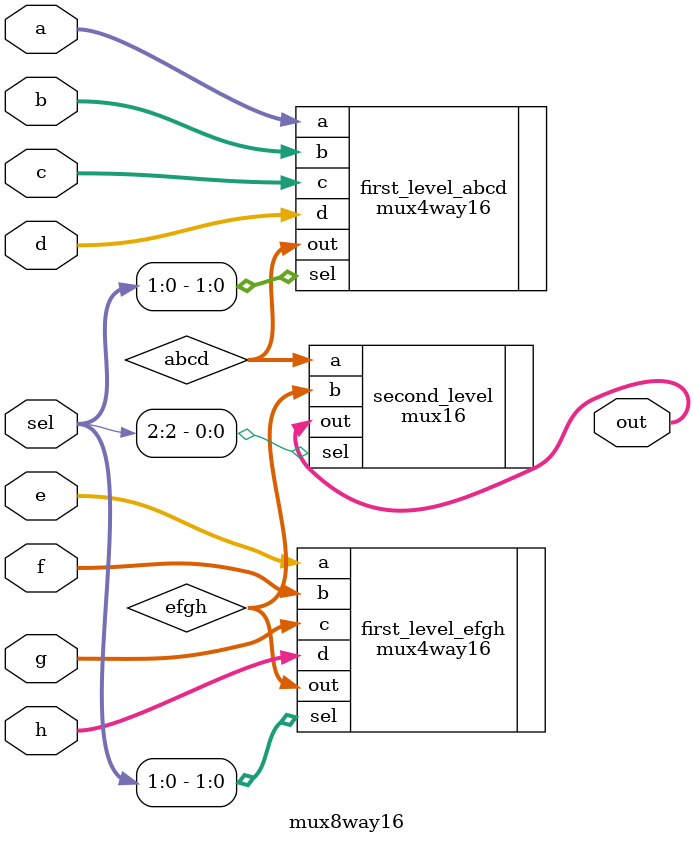
<source format=v>

`timescale 1ns / 1ps

module mux8way16 (
    input  wire [15:0] a,   // Input A - 16-bit data (selected when sel=000)
    input  wire [15:0] b,   // Input B - 16-bit data (selected when sel=001)
    input  wire [15:0] c,   // Input C - 16-bit data (selected when sel=010)
    input  wire [15:0] d,   // Input D - 16-bit data (selected when sel=011)
    input  wire [15:0] e,   // Input E - 16-bit data (selected when sel=100)
    input  wire [15:0] f,   // Input F - 16-bit data (selected when sel=101)
    input  wire [15:0] g,   // Input G - 16-bit data (selected when sel=110)
    input  wire [15:0] h,   // Input H - 16-bit data (selected when sel=111)
    input  wire [2:0] sel,  // 3-bit select signal (sel[2]=MSB, sel[1:0]=LSB pair)
    output wire [15:0] out  // 16-bit output - selected input based on sel
);

    // Internal signals for hierarchical selection
    wire [15:0] abcd;       // First level output (a, b, c, or d based on sel[1:0])
    wire [15:0] efgh;       // First level output (e, f, g, or h based on sel[1:0])

    // Stage 1a: First Level Mux4Way16 - Select among a, b, c, d based on sel[1:0]
    // Handles lower half of inputs (sel[2]=0 cases)
    mux4way16 first_level_abcd (
        .a  (a),            // Input A (16-bit)
        .b  (b),            // Input B (16-bit)
        .c  (c),            // Input C (16-bit)
        .d  (d),            // Input D (16-bit)
        .sel(sel[1:0]),     // 2-bit LSB selector
        .out(abcd)          // Output abcd = a, b, c, or d
    );

    // Stage 1b: First Level Mux4Way16 - Select among e, f, g, h based on sel[1:0]
    // Handles upper half of inputs (sel[2]=1 cases)
    mux4way16 first_level_efgh (
        .a  (e),            // Input E (16-bit)
        .b  (f),            // Input F (16-bit)
        .c  (g),            // Input G (16-bit)
        .d  (h),            // Input H (16-bit)
        .sel(sel[1:0]),     // 2-bit LSB selector
        .out(efgh)          // Output efgh = e, f, g, or h
    );

    // Stage 2: Second Level Mux16 - Select between abcd and efgh based on MSB (sel[2])
    // sel[2]=0: out = abcd (a, b, c, or d), sel[2]=1: out = efgh (e, f, g, or h)
    mux16 second_level (
        .a  (abcd),         // Input abcd from first level
        .b  (efgh),         // Input efgh from first level
        .sel(sel[2]),       // MSB selector
        .out(out)           // Final 16-bit output
    );

    // Truth Table Summary:
    // sel[2:0] = 000 -> out = a
    // sel[2:0] = 001 -> out = b
    // sel[2:0] = 010 -> out = c
    // sel[2:0] = 011 -> out = d
    // sel[2:0] = 100 -> out = e
    // sel[2:0] = 101 -> out = f
    // sel[2:0] = 110 -> out = g
    // sel[2:0] = 111 -> out = h

endmodule
</source>
